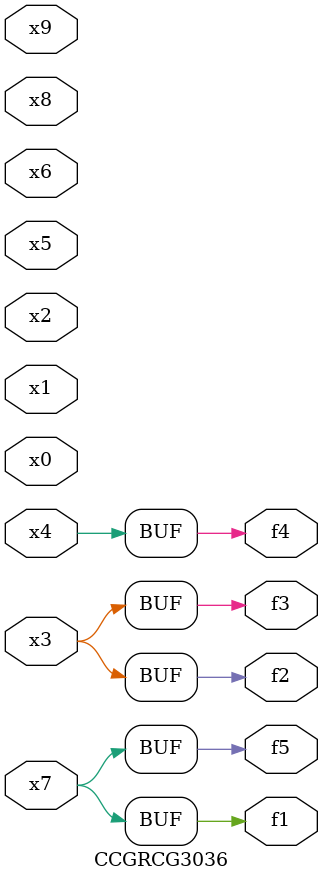
<source format=v>
module CCGRCG3036(
	input x0, x1, x2, x3, x4, x5, x6, x7, x8, x9,
	output f1, f2, f3, f4, f5
);
	assign f1 = x7;
	assign f2 = x3;
	assign f3 = x3;
	assign f4 = x4;
	assign f5 = x7;
endmodule

</source>
